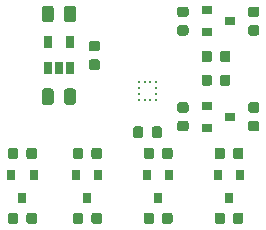
<source format=gtp>
G04 #@! TF.GenerationSoftware,KiCad,Pcbnew,(5.1.2)-1*
G04 #@! TF.CreationDate,2025-02-08T22:23:42+09:00*
G04 #@! TF.ProjectId,ss,73732e6b-6963-4616-945f-706362585858,rev?*
G04 #@! TF.SameCoordinates,Original*
G04 #@! TF.FileFunction,Paste,Top*
G04 #@! TF.FilePolarity,Positive*
%FSLAX46Y46*%
G04 Gerber Fmt 4.6, Leading zero omitted, Abs format (unit mm)*
G04 Created by KiCad (PCBNEW (5.1.2)-1) date 2025-02-08 22:23:42*
%MOMM*%
%LPD*%
G04 APERTURE LIST*
%ADD10R,0.250000X0.275000*%
%ADD11R,0.275000X0.250000*%
%ADD12R,0.650000X1.060000*%
%ADD13C,0.100000*%
%ADD14C,0.875000*%
%ADD15R,0.800000X0.900000*%
%ADD16R,0.900000X0.800000*%
%ADD17C,0.975000*%
G04 APERTURE END LIST*
D10*
X118750000Y-86750000D03*
X119250000Y-86750000D03*
D11*
X119750000Y-86750000D03*
X119750000Y-87250000D03*
X119750000Y-87750000D03*
X119750000Y-88250000D03*
D10*
X119250000Y-88250000D03*
X118750000Y-88250000D03*
D11*
X118250000Y-88250000D03*
X118250000Y-87750000D03*
X118250000Y-87250000D03*
X118250000Y-86750000D03*
D12*
X110550000Y-83400000D03*
X112450000Y-83400000D03*
X112450000Y-85600000D03*
X111500000Y-85600000D03*
X110550000Y-85600000D03*
D13*
G36*
X119352691Y-92326053D02*
G01*
X119373926Y-92329203D01*
X119394750Y-92334419D01*
X119414962Y-92341651D01*
X119434368Y-92350830D01*
X119452781Y-92361866D01*
X119470024Y-92374654D01*
X119485930Y-92389070D01*
X119500346Y-92404976D01*
X119513134Y-92422219D01*
X119524170Y-92440632D01*
X119533349Y-92460038D01*
X119540581Y-92480250D01*
X119545797Y-92501074D01*
X119548947Y-92522309D01*
X119550000Y-92543750D01*
X119550000Y-93056250D01*
X119548947Y-93077691D01*
X119545797Y-93098926D01*
X119540581Y-93119750D01*
X119533349Y-93139962D01*
X119524170Y-93159368D01*
X119513134Y-93177781D01*
X119500346Y-93195024D01*
X119485930Y-93210930D01*
X119470024Y-93225346D01*
X119452781Y-93238134D01*
X119434368Y-93249170D01*
X119414962Y-93258349D01*
X119394750Y-93265581D01*
X119373926Y-93270797D01*
X119352691Y-93273947D01*
X119331250Y-93275000D01*
X118893750Y-93275000D01*
X118872309Y-93273947D01*
X118851074Y-93270797D01*
X118830250Y-93265581D01*
X118810038Y-93258349D01*
X118790632Y-93249170D01*
X118772219Y-93238134D01*
X118754976Y-93225346D01*
X118739070Y-93210930D01*
X118724654Y-93195024D01*
X118711866Y-93177781D01*
X118700830Y-93159368D01*
X118691651Y-93139962D01*
X118684419Y-93119750D01*
X118679203Y-93098926D01*
X118676053Y-93077691D01*
X118675000Y-93056250D01*
X118675000Y-92543750D01*
X118676053Y-92522309D01*
X118679203Y-92501074D01*
X118684419Y-92480250D01*
X118691651Y-92460038D01*
X118700830Y-92440632D01*
X118711866Y-92422219D01*
X118724654Y-92404976D01*
X118739070Y-92389070D01*
X118754976Y-92374654D01*
X118772219Y-92361866D01*
X118790632Y-92350830D01*
X118810038Y-92341651D01*
X118830250Y-92334419D01*
X118851074Y-92329203D01*
X118872309Y-92326053D01*
X118893750Y-92325000D01*
X119331250Y-92325000D01*
X119352691Y-92326053D01*
X119352691Y-92326053D01*
G37*
D14*
X119112500Y-92800000D03*
D13*
G36*
X120927691Y-92326053D02*
G01*
X120948926Y-92329203D01*
X120969750Y-92334419D01*
X120989962Y-92341651D01*
X121009368Y-92350830D01*
X121027781Y-92361866D01*
X121045024Y-92374654D01*
X121060930Y-92389070D01*
X121075346Y-92404976D01*
X121088134Y-92422219D01*
X121099170Y-92440632D01*
X121108349Y-92460038D01*
X121115581Y-92480250D01*
X121120797Y-92501074D01*
X121123947Y-92522309D01*
X121125000Y-92543750D01*
X121125000Y-93056250D01*
X121123947Y-93077691D01*
X121120797Y-93098926D01*
X121115581Y-93119750D01*
X121108349Y-93139962D01*
X121099170Y-93159368D01*
X121088134Y-93177781D01*
X121075346Y-93195024D01*
X121060930Y-93210930D01*
X121045024Y-93225346D01*
X121027781Y-93238134D01*
X121009368Y-93249170D01*
X120989962Y-93258349D01*
X120969750Y-93265581D01*
X120948926Y-93270797D01*
X120927691Y-93273947D01*
X120906250Y-93275000D01*
X120468750Y-93275000D01*
X120447309Y-93273947D01*
X120426074Y-93270797D01*
X120405250Y-93265581D01*
X120385038Y-93258349D01*
X120365632Y-93249170D01*
X120347219Y-93238134D01*
X120329976Y-93225346D01*
X120314070Y-93210930D01*
X120299654Y-93195024D01*
X120286866Y-93177781D01*
X120275830Y-93159368D01*
X120266651Y-93139962D01*
X120259419Y-93119750D01*
X120254203Y-93098926D01*
X120251053Y-93077691D01*
X120250000Y-93056250D01*
X120250000Y-92543750D01*
X120251053Y-92522309D01*
X120254203Y-92501074D01*
X120259419Y-92480250D01*
X120266651Y-92460038D01*
X120275830Y-92440632D01*
X120286866Y-92422219D01*
X120299654Y-92404976D01*
X120314070Y-92389070D01*
X120329976Y-92374654D01*
X120347219Y-92361866D01*
X120365632Y-92350830D01*
X120385038Y-92341651D01*
X120405250Y-92334419D01*
X120426074Y-92329203D01*
X120447309Y-92326053D01*
X120468750Y-92325000D01*
X120906250Y-92325000D01*
X120927691Y-92326053D01*
X120927691Y-92326053D01*
G37*
D14*
X120687500Y-92800000D03*
D13*
G36*
X113352691Y-92326053D02*
G01*
X113373926Y-92329203D01*
X113394750Y-92334419D01*
X113414962Y-92341651D01*
X113434368Y-92350830D01*
X113452781Y-92361866D01*
X113470024Y-92374654D01*
X113485930Y-92389070D01*
X113500346Y-92404976D01*
X113513134Y-92422219D01*
X113524170Y-92440632D01*
X113533349Y-92460038D01*
X113540581Y-92480250D01*
X113545797Y-92501074D01*
X113548947Y-92522309D01*
X113550000Y-92543750D01*
X113550000Y-93056250D01*
X113548947Y-93077691D01*
X113545797Y-93098926D01*
X113540581Y-93119750D01*
X113533349Y-93139962D01*
X113524170Y-93159368D01*
X113513134Y-93177781D01*
X113500346Y-93195024D01*
X113485930Y-93210930D01*
X113470024Y-93225346D01*
X113452781Y-93238134D01*
X113434368Y-93249170D01*
X113414962Y-93258349D01*
X113394750Y-93265581D01*
X113373926Y-93270797D01*
X113352691Y-93273947D01*
X113331250Y-93275000D01*
X112893750Y-93275000D01*
X112872309Y-93273947D01*
X112851074Y-93270797D01*
X112830250Y-93265581D01*
X112810038Y-93258349D01*
X112790632Y-93249170D01*
X112772219Y-93238134D01*
X112754976Y-93225346D01*
X112739070Y-93210930D01*
X112724654Y-93195024D01*
X112711866Y-93177781D01*
X112700830Y-93159368D01*
X112691651Y-93139962D01*
X112684419Y-93119750D01*
X112679203Y-93098926D01*
X112676053Y-93077691D01*
X112675000Y-93056250D01*
X112675000Y-92543750D01*
X112676053Y-92522309D01*
X112679203Y-92501074D01*
X112684419Y-92480250D01*
X112691651Y-92460038D01*
X112700830Y-92440632D01*
X112711866Y-92422219D01*
X112724654Y-92404976D01*
X112739070Y-92389070D01*
X112754976Y-92374654D01*
X112772219Y-92361866D01*
X112790632Y-92350830D01*
X112810038Y-92341651D01*
X112830250Y-92334419D01*
X112851074Y-92329203D01*
X112872309Y-92326053D01*
X112893750Y-92325000D01*
X113331250Y-92325000D01*
X113352691Y-92326053D01*
X113352691Y-92326053D01*
G37*
D14*
X113112500Y-92800000D03*
D13*
G36*
X114927691Y-92326053D02*
G01*
X114948926Y-92329203D01*
X114969750Y-92334419D01*
X114989962Y-92341651D01*
X115009368Y-92350830D01*
X115027781Y-92361866D01*
X115045024Y-92374654D01*
X115060930Y-92389070D01*
X115075346Y-92404976D01*
X115088134Y-92422219D01*
X115099170Y-92440632D01*
X115108349Y-92460038D01*
X115115581Y-92480250D01*
X115120797Y-92501074D01*
X115123947Y-92522309D01*
X115125000Y-92543750D01*
X115125000Y-93056250D01*
X115123947Y-93077691D01*
X115120797Y-93098926D01*
X115115581Y-93119750D01*
X115108349Y-93139962D01*
X115099170Y-93159368D01*
X115088134Y-93177781D01*
X115075346Y-93195024D01*
X115060930Y-93210930D01*
X115045024Y-93225346D01*
X115027781Y-93238134D01*
X115009368Y-93249170D01*
X114989962Y-93258349D01*
X114969750Y-93265581D01*
X114948926Y-93270797D01*
X114927691Y-93273947D01*
X114906250Y-93275000D01*
X114468750Y-93275000D01*
X114447309Y-93273947D01*
X114426074Y-93270797D01*
X114405250Y-93265581D01*
X114385038Y-93258349D01*
X114365632Y-93249170D01*
X114347219Y-93238134D01*
X114329976Y-93225346D01*
X114314070Y-93210930D01*
X114299654Y-93195024D01*
X114286866Y-93177781D01*
X114275830Y-93159368D01*
X114266651Y-93139962D01*
X114259419Y-93119750D01*
X114254203Y-93098926D01*
X114251053Y-93077691D01*
X114250000Y-93056250D01*
X114250000Y-92543750D01*
X114251053Y-92522309D01*
X114254203Y-92501074D01*
X114259419Y-92480250D01*
X114266651Y-92460038D01*
X114275830Y-92440632D01*
X114286866Y-92422219D01*
X114299654Y-92404976D01*
X114314070Y-92389070D01*
X114329976Y-92374654D01*
X114347219Y-92361866D01*
X114365632Y-92350830D01*
X114385038Y-92341651D01*
X114405250Y-92334419D01*
X114426074Y-92329203D01*
X114447309Y-92326053D01*
X114468750Y-92325000D01*
X114906250Y-92325000D01*
X114927691Y-92326053D01*
X114927691Y-92326053D01*
G37*
D14*
X114687500Y-92800000D03*
D13*
G36*
X125352691Y-92326053D02*
G01*
X125373926Y-92329203D01*
X125394750Y-92334419D01*
X125414962Y-92341651D01*
X125434368Y-92350830D01*
X125452781Y-92361866D01*
X125470024Y-92374654D01*
X125485930Y-92389070D01*
X125500346Y-92404976D01*
X125513134Y-92422219D01*
X125524170Y-92440632D01*
X125533349Y-92460038D01*
X125540581Y-92480250D01*
X125545797Y-92501074D01*
X125548947Y-92522309D01*
X125550000Y-92543750D01*
X125550000Y-93056250D01*
X125548947Y-93077691D01*
X125545797Y-93098926D01*
X125540581Y-93119750D01*
X125533349Y-93139962D01*
X125524170Y-93159368D01*
X125513134Y-93177781D01*
X125500346Y-93195024D01*
X125485930Y-93210930D01*
X125470024Y-93225346D01*
X125452781Y-93238134D01*
X125434368Y-93249170D01*
X125414962Y-93258349D01*
X125394750Y-93265581D01*
X125373926Y-93270797D01*
X125352691Y-93273947D01*
X125331250Y-93275000D01*
X124893750Y-93275000D01*
X124872309Y-93273947D01*
X124851074Y-93270797D01*
X124830250Y-93265581D01*
X124810038Y-93258349D01*
X124790632Y-93249170D01*
X124772219Y-93238134D01*
X124754976Y-93225346D01*
X124739070Y-93210930D01*
X124724654Y-93195024D01*
X124711866Y-93177781D01*
X124700830Y-93159368D01*
X124691651Y-93139962D01*
X124684419Y-93119750D01*
X124679203Y-93098926D01*
X124676053Y-93077691D01*
X124675000Y-93056250D01*
X124675000Y-92543750D01*
X124676053Y-92522309D01*
X124679203Y-92501074D01*
X124684419Y-92480250D01*
X124691651Y-92460038D01*
X124700830Y-92440632D01*
X124711866Y-92422219D01*
X124724654Y-92404976D01*
X124739070Y-92389070D01*
X124754976Y-92374654D01*
X124772219Y-92361866D01*
X124790632Y-92350830D01*
X124810038Y-92341651D01*
X124830250Y-92334419D01*
X124851074Y-92329203D01*
X124872309Y-92326053D01*
X124893750Y-92325000D01*
X125331250Y-92325000D01*
X125352691Y-92326053D01*
X125352691Y-92326053D01*
G37*
D14*
X125112500Y-92800000D03*
D13*
G36*
X126927691Y-92326053D02*
G01*
X126948926Y-92329203D01*
X126969750Y-92334419D01*
X126989962Y-92341651D01*
X127009368Y-92350830D01*
X127027781Y-92361866D01*
X127045024Y-92374654D01*
X127060930Y-92389070D01*
X127075346Y-92404976D01*
X127088134Y-92422219D01*
X127099170Y-92440632D01*
X127108349Y-92460038D01*
X127115581Y-92480250D01*
X127120797Y-92501074D01*
X127123947Y-92522309D01*
X127125000Y-92543750D01*
X127125000Y-93056250D01*
X127123947Y-93077691D01*
X127120797Y-93098926D01*
X127115581Y-93119750D01*
X127108349Y-93139962D01*
X127099170Y-93159368D01*
X127088134Y-93177781D01*
X127075346Y-93195024D01*
X127060930Y-93210930D01*
X127045024Y-93225346D01*
X127027781Y-93238134D01*
X127009368Y-93249170D01*
X126989962Y-93258349D01*
X126969750Y-93265581D01*
X126948926Y-93270797D01*
X126927691Y-93273947D01*
X126906250Y-93275000D01*
X126468750Y-93275000D01*
X126447309Y-93273947D01*
X126426074Y-93270797D01*
X126405250Y-93265581D01*
X126385038Y-93258349D01*
X126365632Y-93249170D01*
X126347219Y-93238134D01*
X126329976Y-93225346D01*
X126314070Y-93210930D01*
X126299654Y-93195024D01*
X126286866Y-93177781D01*
X126275830Y-93159368D01*
X126266651Y-93139962D01*
X126259419Y-93119750D01*
X126254203Y-93098926D01*
X126251053Y-93077691D01*
X126250000Y-93056250D01*
X126250000Y-92543750D01*
X126251053Y-92522309D01*
X126254203Y-92501074D01*
X126259419Y-92480250D01*
X126266651Y-92460038D01*
X126275830Y-92440632D01*
X126286866Y-92422219D01*
X126299654Y-92404976D01*
X126314070Y-92389070D01*
X126329976Y-92374654D01*
X126347219Y-92361866D01*
X126365632Y-92350830D01*
X126385038Y-92341651D01*
X126405250Y-92334419D01*
X126426074Y-92329203D01*
X126447309Y-92326053D01*
X126468750Y-92325000D01*
X126906250Y-92325000D01*
X126927691Y-92326053D01*
X126927691Y-92326053D01*
G37*
D14*
X126687500Y-92800000D03*
D13*
G36*
X107852691Y-92326053D02*
G01*
X107873926Y-92329203D01*
X107894750Y-92334419D01*
X107914962Y-92341651D01*
X107934368Y-92350830D01*
X107952781Y-92361866D01*
X107970024Y-92374654D01*
X107985930Y-92389070D01*
X108000346Y-92404976D01*
X108013134Y-92422219D01*
X108024170Y-92440632D01*
X108033349Y-92460038D01*
X108040581Y-92480250D01*
X108045797Y-92501074D01*
X108048947Y-92522309D01*
X108050000Y-92543750D01*
X108050000Y-93056250D01*
X108048947Y-93077691D01*
X108045797Y-93098926D01*
X108040581Y-93119750D01*
X108033349Y-93139962D01*
X108024170Y-93159368D01*
X108013134Y-93177781D01*
X108000346Y-93195024D01*
X107985930Y-93210930D01*
X107970024Y-93225346D01*
X107952781Y-93238134D01*
X107934368Y-93249170D01*
X107914962Y-93258349D01*
X107894750Y-93265581D01*
X107873926Y-93270797D01*
X107852691Y-93273947D01*
X107831250Y-93275000D01*
X107393750Y-93275000D01*
X107372309Y-93273947D01*
X107351074Y-93270797D01*
X107330250Y-93265581D01*
X107310038Y-93258349D01*
X107290632Y-93249170D01*
X107272219Y-93238134D01*
X107254976Y-93225346D01*
X107239070Y-93210930D01*
X107224654Y-93195024D01*
X107211866Y-93177781D01*
X107200830Y-93159368D01*
X107191651Y-93139962D01*
X107184419Y-93119750D01*
X107179203Y-93098926D01*
X107176053Y-93077691D01*
X107175000Y-93056250D01*
X107175000Y-92543750D01*
X107176053Y-92522309D01*
X107179203Y-92501074D01*
X107184419Y-92480250D01*
X107191651Y-92460038D01*
X107200830Y-92440632D01*
X107211866Y-92422219D01*
X107224654Y-92404976D01*
X107239070Y-92389070D01*
X107254976Y-92374654D01*
X107272219Y-92361866D01*
X107290632Y-92350830D01*
X107310038Y-92341651D01*
X107330250Y-92334419D01*
X107351074Y-92329203D01*
X107372309Y-92326053D01*
X107393750Y-92325000D01*
X107831250Y-92325000D01*
X107852691Y-92326053D01*
X107852691Y-92326053D01*
G37*
D14*
X107612500Y-92800000D03*
D13*
G36*
X109427691Y-92326053D02*
G01*
X109448926Y-92329203D01*
X109469750Y-92334419D01*
X109489962Y-92341651D01*
X109509368Y-92350830D01*
X109527781Y-92361866D01*
X109545024Y-92374654D01*
X109560930Y-92389070D01*
X109575346Y-92404976D01*
X109588134Y-92422219D01*
X109599170Y-92440632D01*
X109608349Y-92460038D01*
X109615581Y-92480250D01*
X109620797Y-92501074D01*
X109623947Y-92522309D01*
X109625000Y-92543750D01*
X109625000Y-93056250D01*
X109623947Y-93077691D01*
X109620797Y-93098926D01*
X109615581Y-93119750D01*
X109608349Y-93139962D01*
X109599170Y-93159368D01*
X109588134Y-93177781D01*
X109575346Y-93195024D01*
X109560930Y-93210930D01*
X109545024Y-93225346D01*
X109527781Y-93238134D01*
X109509368Y-93249170D01*
X109489962Y-93258349D01*
X109469750Y-93265581D01*
X109448926Y-93270797D01*
X109427691Y-93273947D01*
X109406250Y-93275000D01*
X108968750Y-93275000D01*
X108947309Y-93273947D01*
X108926074Y-93270797D01*
X108905250Y-93265581D01*
X108885038Y-93258349D01*
X108865632Y-93249170D01*
X108847219Y-93238134D01*
X108829976Y-93225346D01*
X108814070Y-93210930D01*
X108799654Y-93195024D01*
X108786866Y-93177781D01*
X108775830Y-93159368D01*
X108766651Y-93139962D01*
X108759419Y-93119750D01*
X108754203Y-93098926D01*
X108751053Y-93077691D01*
X108750000Y-93056250D01*
X108750000Y-92543750D01*
X108751053Y-92522309D01*
X108754203Y-92501074D01*
X108759419Y-92480250D01*
X108766651Y-92460038D01*
X108775830Y-92440632D01*
X108786866Y-92422219D01*
X108799654Y-92404976D01*
X108814070Y-92389070D01*
X108829976Y-92374654D01*
X108847219Y-92361866D01*
X108865632Y-92350830D01*
X108885038Y-92341651D01*
X108905250Y-92334419D01*
X108926074Y-92329203D01*
X108947309Y-92326053D01*
X108968750Y-92325000D01*
X109406250Y-92325000D01*
X109427691Y-92326053D01*
X109427691Y-92326053D01*
G37*
D14*
X109187500Y-92800000D03*
D13*
G36*
X122277691Y-90051053D02*
G01*
X122298926Y-90054203D01*
X122319750Y-90059419D01*
X122339962Y-90066651D01*
X122359368Y-90075830D01*
X122377781Y-90086866D01*
X122395024Y-90099654D01*
X122410930Y-90114070D01*
X122425346Y-90129976D01*
X122438134Y-90147219D01*
X122449170Y-90165632D01*
X122458349Y-90185038D01*
X122465581Y-90205250D01*
X122470797Y-90226074D01*
X122473947Y-90247309D01*
X122475000Y-90268750D01*
X122475000Y-90706250D01*
X122473947Y-90727691D01*
X122470797Y-90748926D01*
X122465581Y-90769750D01*
X122458349Y-90789962D01*
X122449170Y-90809368D01*
X122438134Y-90827781D01*
X122425346Y-90845024D01*
X122410930Y-90860930D01*
X122395024Y-90875346D01*
X122377781Y-90888134D01*
X122359368Y-90899170D01*
X122339962Y-90908349D01*
X122319750Y-90915581D01*
X122298926Y-90920797D01*
X122277691Y-90923947D01*
X122256250Y-90925000D01*
X121743750Y-90925000D01*
X121722309Y-90923947D01*
X121701074Y-90920797D01*
X121680250Y-90915581D01*
X121660038Y-90908349D01*
X121640632Y-90899170D01*
X121622219Y-90888134D01*
X121604976Y-90875346D01*
X121589070Y-90860930D01*
X121574654Y-90845024D01*
X121561866Y-90827781D01*
X121550830Y-90809368D01*
X121541651Y-90789962D01*
X121534419Y-90769750D01*
X121529203Y-90748926D01*
X121526053Y-90727691D01*
X121525000Y-90706250D01*
X121525000Y-90268750D01*
X121526053Y-90247309D01*
X121529203Y-90226074D01*
X121534419Y-90205250D01*
X121541651Y-90185038D01*
X121550830Y-90165632D01*
X121561866Y-90147219D01*
X121574654Y-90129976D01*
X121589070Y-90114070D01*
X121604976Y-90099654D01*
X121622219Y-90086866D01*
X121640632Y-90075830D01*
X121660038Y-90066651D01*
X121680250Y-90059419D01*
X121701074Y-90054203D01*
X121722309Y-90051053D01*
X121743750Y-90050000D01*
X122256250Y-90050000D01*
X122277691Y-90051053D01*
X122277691Y-90051053D01*
G37*
D14*
X122000000Y-90487500D03*
D13*
G36*
X122277691Y-88476053D02*
G01*
X122298926Y-88479203D01*
X122319750Y-88484419D01*
X122339962Y-88491651D01*
X122359368Y-88500830D01*
X122377781Y-88511866D01*
X122395024Y-88524654D01*
X122410930Y-88539070D01*
X122425346Y-88554976D01*
X122438134Y-88572219D01*
X122449170Y-88590632D01*
X122458349Y-88610038D01*
X122465581Y-88630250D01*
X122470797Y-88651074D01*
X122473947Y-88672309D01*
X122475000Y-88693750D01*
X122475000Y-89131250D01*
X122473947Y-89152691D01*
X122470797Y-89173926D01*
X122465581Y-89194750D01*
X122458349Y-89214962D01*
X122449170Y-89234368D01*
X122438134Y-89252781D01*
X122425346Y-89270024D01*
X122410930Y-89285930D01*
X122395024Y-89300346D01*
X122377781Y-89313134D01*
X122359368Y-89324170D01*
X122339962Y-89333349D01*
X122319750Y-89340581D01*
X122298926Y-89345797D01*
X122277691Y-89348947D01*
X122256250Y-89350000D01*
X121743750Y-89350000D01*
X121722309Y-89348947D01*
X121701074Y-89345797D01*
X121680250Y-89340581D01*
X121660038Y-89333349D01*
X121640632Y-89324170D01*
X121622219Y-89313134D01*
X121604976Y-89300346D01*
X121589070Y-89285930D01*
X121574654Y-89270024D01*
X121561866Y-89252781D01*
X121550830Y-89234368D01*
X121541651Y-89214962D01*
X121534419Y-89194750D01*
X121529203Y-89173926D01*
X121526053Y-89152691D01*
X121525000Y-89131250D01*
X121525000Y-88693750D01*
X121526053Y-88672309D01*
X121529203Y-88651074D01*
X121534419Y-88630250D01*
X121541651Y-88610038D01*
X121550830Y-88590632D01*
X121561866Y-88572219D01*
X121574654Y-88554976D01*
X121589070Y-88539070D01*
X121604976Y-88524654D01*
X121622219Y-88511866D01*
X121640632Y-88500830D01*
X121660038Y-88491651D01*
X121680250Y-88484419D01*
X121701074Y-88479203D01*
X121722309Y-88476053D01*
X121743750Y-88475000D01*
X122256250Y-88475000D01*
X122277691Y-88476053D01*
X122277691Y-88476053D01*
G37*
D14*
X122000000Y-88912500D03*
D13*
G36*
X122277691Y-81951053D02*
G01*
X122298926Y-81954203D01*
X122319750Y-81959419D01*
X122339962Y-81966651D01*
X122359368Y-81975830D01*
X122377781Y-81986866D01*
X122395024Y-81999654D01*
X122410930Y-82014070D01*
X122425346Y-82029976D01*
X122438134Y-82047219D01*
X122449170Y-82065632D01*
X122458349Y-82085038D01*
X122465581Y-82105250D01*
X122470797Y-82126074D01*
X122473947Y-82147309D01*
X122475000Y-82168750D01*
X122475000Y-82606250D01*
X122473947Y-82627691D01*
X122470797Y-82648926D01*
X122465581Y-82669750D01*
X122458349Y-82689962D01*
X122449170Y-82709368D01*
X122438134Y-82727781D01*
X122425346Y-82745024D01*
X122410930Y-82760930D01*
X122395024Y-82775346D01*
X122377781Y-82788134D01*
X122359368Y-82799170D01*
X122339962Y-82808349D01*
X122319750Y-82815581D01*
X122298926Y-82820797D01*
X122277691Y-82823947D01*
X122256250Y-82825000D01*
X121743750Y-82825000D01*
X121722309Y-82823947D01*
X121701074Y-82820797D01*
X121680250Y-82815581D01*
X121660038Y-82808349D01*
X121640632Y-82799170D01*
X121622219Y-82788134D01*
X121604976Y-82775346D01*
X121589070Y-82760930D01*
X121574654Y-82745024D01*
X121561866Y-82727781D01*
X121550830Y-82709368D01*
X121541651Y-82689962D01*
X121534419Y-82669750D01*
X121529203Y-82648926D01*
X121526053Y-82627691D01*
X121525000Y-82606250D01*
X121525000Y-82168750D01*
X121526053Y-82147309D01*
X121529203Y-82126074D01*
X121534419Y-82105250D01*
X121541651Y-82085038D01*
X121550830Y-82065632D01*
X121561866Y-82047219D01*
X121574654Y-82029976D01*
X121589070Y-82014070D01*
X121604976Y-81999654D01*
X121622219Y-81986866D01*
X121640632Y-81975830D01*
X121660038Y-81966651D01*
X121680250Y-81959419D01*
X121701074Y-81954203D01*
X121722309Y-81951053D01*
X121743750Y-81950000D01*
X122256250Y-81950000D01*
X122277691Y-81951053D01*
X122277691Y-81951053D01*
G37*
D14*
X122000000Y-82387500D03*
D13*
G36*
X122277691Y-80376053D02*
G01*
X122298926Y-80379203D01*
X122319750Y-80384419D01*
X122339962Y-80391651D01*
X122359368Y-80400830D01*
X122377781Y-80411866D01*
X122395024Y-80424654D01*
X122410930Y-80439070D01*
X122425346Y-80454976D01*
X122438134Y-80472219D01*
X122449170Y-80490632D01*
X122458349Y-80510038D01*
X122465581Y-80530250D01*
X122470797Y-80551074D01*
X122473947Y-80572309D01*
X122475000Y-80593750D01*
X122475000Y-81031250D01*
X122473947Y-81052691D01*
X122470797Y-81073926D01*
X122465581Y-81094750D01*
X122458349Y-81114962D01*
X122449170Y-81134368D01*
X122438134Y-81152781D01*
X122425346Y-81170024D01*
X122410930Y-81185930D01*
X122395024Y-81200346D01*
X122377781Y-81213134D01*
X122359368Y-81224170D01*
X122339962Y-81233349D01*
X122319750Y-81240581D01*
X122298926Y-81245797D01*
X122277691Y-81248947D01*
X122256250Y-81250000D01*
X121743750Y-81250000D01*
X121722309Y-81248947D01*
X121701074Y-81245797D01*
X121680250Y-81240581D01*
X121660038Y-81233349D01*
X121640632Y-81224170D01*
X121622219Y-81213134D01*
X121604976Y-81200346D01*
X121589070Y-81185930D01*
X121574654Y-81170024D01*
X121561866Y-81152781D01*
X121550830Y-81134368D01*
X121541651Y-81114962D01*
X121534419Y-81094750D01*
X121529203Y-81073926D01*
X121526053Y-81052691D01*
X121525000Y-81031250D01*
X121525000Y-80593750D01*
X121526053Y-80572309D01*
X121529203Y-80551074D01*
X121534419Y-80530250D01*
X121541651Y-80510038D01*
X121550830Y-80490632D01*
X121561866Y-80472219D01*
X121574654Y-80454976D01*
X121589070Y-80439070D01*
X121604976Y-80424654D01*
X121622219Y-80411866D01*
X121640632Y-80400830D01*
X121660038Y-80391651D01*
X121680250Y-80384419D01*
X121701074Y-80379203D01*
X121722309Y-80376053D01*
X121743750Y-80375000D01*
X122256250Y-80375000D01*
X122277691Y-80376053D01*
X122277691Y-80376053D01*
G37*
D14*
X122000000Y-80812500D03*
D13*
G36*
X119352691Y-97826053D02*
G01*
X119373926Y-97829203D01*
X119394750Y-97834419D01*
X119414962Y-97841651D01*
X119434368Y-97850830D01*
X119452781Y-97861866D01*
X119470024Y-97874654D01*
X119485930Y-97889070D01*
X119500346Y-97904976D01*
X119513134Y-97922219D01*
X119524170Y-97940632D01*
X119533349Y-97960038D01*
X119540581Y-97980250D01*
X119545797Y-98001074D01*
X119548947Y-98022309D01*
X119550000Y-98043750D01*
X119550000Y-98556250D01*
X119548947Y-98577691D01*
X119545797Y-98598926D01*
X119540581Y-98619750D01*
X119533349Y-98639962D01*
X119524170Y-98659368D01*
X119513134Y-98677781D01*
X119500346Y-98695024D01*
X119485930Y-98710930D01*
X119470024Y-98725346D01*
X119452781Y-98738134D01*
X119434368Y-98749170D01*
X119414962Y-98758349D01*
X119394750Y-98765581D01*
X119373926Y-98770797D01*
X119352691Y-98773947D01*
X119331250Y-98775000D01*
X118893750Y-98775000D01*
X118872309Y-98773947D01*
X118851074Y-98770797D01*
X118830250Y-98765581D01*
X118810038Y-98758349D01*
X118790632Y-98749170D01*
X118772219Y-98738134D01*
X118754976Y-98725346D01*
X118739070Y-98710930D01*
X118724654Y-98695024D01*
X118711866Y-98677781D01*
X118700830Y-98659368D01*
X118691651Y-98639962D01*
X118684419Y-98619750D01*
X118679203Y-98598926D01*
X118676053Y-98577691D01*
X118675000Y-98556250D01*
X118675000Y-98043750D01*
X118676053Y-98022309D01*
X118679203Y-98001074D01*
X118684419Y-97980250D01*
X118691651Y-97960038D01*
X118700830Y-97940632D01*
X118711866Y-97922219D01*
X118724654Y-97904976D01*
X118739070Y-97889070D01*
X118754976Y-97874654D01*
X118772219Y-97861866D01*
X118790632Y-97850830D01*
X118810038Y-97841651D01*
X118830250Y-97834419D01*
X118851074Y-97829203D01*
X118872309Y-97826053D01*
X118893750Y-97825000D01*
X119331250Y-97825000D01*
X119352691Y-97826053D01*
X119352691Y-97826053D01*
G37*
D14*
X119112500Y-98300000D03*
D13*
G36*
X120927691Y-97826053D02*
G01*
X120948926Y-97829203D01*
X120969750Y-97834419D01*
X120989962Y-97841651D01*
X121009368Y-97850830D01*
X121027781Y-97861866D01*
X121045024Y-97874654D01*
X121060930Y-97889070D01*
X121075346Y-97904976D01*
X121088134Y-97922219D01*
X121099170Y-97940632D01*
X121108349Y-97960038D01*
X121115581Y-97980250D01*
X121120797Y-98001074D01*
X121123947Y-98022309D01*
X121125000Y-98043750D01*
X121125000Y-98556250D01*
X121123947Y-98577691D01*
X121120797Y-98598926D01*
X121115581Y-98619750D01*
X121108349Y-98639962D01*
X121099170Y-98659368D01*
X121088134Y-98677781D01*
X121075346Y-98695024D01*
X121060930Y-98710930D01*
X121045024Y-98725346D01*
X121027781Y-98738134D01*
X121009368Y-98749170D01*
X120989962Y-98758349D01*
X120969750Y-98765581D01*
X120948926Y-98770797D01*
X120927691Y-98773947D01*
X120906250Y-98775000D01*
X120468750Y-98775000D01*
X120447309Y-98773947D01*
X120426074Y-98770797D01*
X120405250Y-98765581D01*
X120385038Y-98758349D01*
X120365632Y-98749170D01*
X120347219Y-98738134D01*
X120329976Y-98725346D01*
X120314070Y-98710930D01*
X120299654Y-98695024D01*
X120286866Y-98677781D01*
X120275830Y-98659368D01*
X120266651Y-98639962D01*
X120259419Y-98619750D01*
X120254203Y-98598926D01*
X120251053Y-98577691D01*
X120250000Y-98556250D01*
X120250000Y-98043750D01*
X120251053Y-98022309D01*
X120254203Y-98001074D01*
X120259419Y-97980250D01*
X120266651Y-97960038D01*
X120275830Y-97940632D01*
X120286866Y-97922219D01*
X120299654Y-97904976D01*
X120314070Y-97889070D01*
X120329976Y-97874654D01*
X120347219Y-97861866D01*
X120365632Y-97850830D01*
X120385038Y-97841651D01*
X120405250Y-97834419D01*
X120426074Y-97829203D01*
X120447309Y-97826053D01*
X120468750Y-97825000D01*
X120906250Y-97825000D01*
X120927691Y-97826053D01*
X120927691Y-97826053D01*
G37*
D14*
X120687500Y-98300000D03*
D13*
G36*
X113352691Y-97826053D02*
G01*
X113373926Y-97829203D01*
X113394750Y-97834419D01*
X113414962Y-97841651D01*
X113434368Y-97850830D01*
X113452781Y-97861866D01*
X113470024Y-97874654D01*
X113485930Y-97889070D01*
X113500346Y-97904976D01*
X113513134Y-97922219D01*
X113524170Y-97940632D01*
X113533349Y-97960038D01*
X113540581Y-97980250D01*
X113545797Y-98001074D01*
X113548947Y-98022309D01*
X113550000Y-98043750D01*
X113550000Y-98556250D01*
X113548947Y-98577691D01*
X113545797Y-98598926D01*
X113540581Y-98619750D01*
X113533349Y-98639962D01*
X113524170Y-98659368D01*
X113513134Y-98677781D01*
X113500346Y-98695024D01*
X113485930Y-98710930D01*
X113470024Y-98725346D01*
X113452781Y-98738134D01*
X113434368Y-98749170D01*
X113414962Y-98758349D01*
X113394750Y-98765581D01*
X113373926Y-98770797D01*
X113352691Y-98773947D01*
X113331250Y-98775000D01*
X112893750Y-98775000D01*
X112872309Y-98773947D01*
X112851074Y-98770797D01*
X112830250Y-98765581D01*
X112810038Y-98758349D01*
X112790632Y-98749170D01*
X112772219Y-98738134D01*
X112754976Y-98725346D01*
X112739070Y-98710930D01*
X112724654Y-98695024D01*
X112711866Y-98677781D01*
X112700830Y-98659368D01*
X112691651Y-98639962D01*
X112684419Y-98619750D01*
X112679203Y-98598926D01*
X112676053Y-98577691D01*
X112675000Y-98556250D01*
X112675000Y-98043750D01*
X112676053Y-98022309D01*
X112679203Y-98001074D01*
X112684419Y-97980250D01*
X112691651Y-97960038D01*
X112700830Y-97940632D01*
X112711866Y-97922219D01*
X112724654Y-97904976D01*
X112739070Y-97889070D01*
X112754976Y-97874654D01*
X112772219Y-97861866D01*
X112790632Y-97850830D01*
X112810038Y-97841651D01*
X112830250Y-97834419D01*
X112851074Y-97829203D01*
X112872309Y-97826053D01*
X112893750Y-97825000D01*
X113331250Y-97825000D01*
X113352691Y-97826053D01*
X113352691Y-97826053D01*
G37*
D14*
X113112500Y-98300000D03*
D13*
G36*
X114927691Y-97826053D02*
G01*
X114948926Y-97829203D01*
X114969750Y-97834419D01*
X114989962Y-97841651D01*
X115009368Y-97850830D01*
X115027781Y-97861866D01*
X115045024Y-97874654D01*
X115060930Y-97889070D01*
X115075346Y-97904976D01*
X115088134Y-97922219D01*
X115099170Y-97940632D01*
X115108349Y-97960038D01*
X115115581Y-97980250D01*
X115120797Y-98001074D01*
X115123947Y-98022309D01*
X115125000Y-98043750D01*
X115125000Y-98556250D01*
X115123947Y-98577691D01*
X115120797Y-98598926D01*
X115115581Y-98619750D01*
X115108349Y-98639962D01*
X115099170Y-98659368D01*
X115088134Y-98677781D01*
X115075346Y-98695024D01*
X115060930Y-98710930D01*
X115045024Y-98725346D01*
X115027781Y-98738134D01*
X115009368Y-98749170D01*
X114989962Y-98758349D01*
X114969750Y-98765581D01*
X114948926Y-98770797D01*
X114927691Y-98773947D01*
X114906250Y-98775000D01*
X114468750Y-98775000D01*
X114447309Y-98773947D01*
X114426074Y-98770797D01*
X114405250Y-98765581D01*
X114385038Y-98758349D01*
X114365632Y-98749170D01*
X114347219Y-98738134D01*
X114329976Y-98725346D01*
X114314070Y-98710930D01*
X114299654Y-98695024D01*
X114286866Y-98677781D01*
X114275830Y-98659368D01*
X114266651Y-98639962D01*
X114259419Y-98619750D01*
X114254203Y-98598926D01*
X114251053Y-98577691D01*
X114250000Y-98556250D01*
X114250000Y-98043750D01*
X114251053Y-98022309D01*
X114254203Y-98001074D01*
X114259419Y-97980250D01*
X114266651Y-97960038D01*
X114275830Y-97940632D01*
X114286866Y-97922219D01*
X114299654Y-97904976D01*
X114314070Y-97889070D01*
X114329976Y-97874654D01*
X114347219Y-97861866D01*
X114365632Y-97850830D01*
X114385038Y-97841651D01*
X114405250Y-97834419D01*
X114426074Y-97829203D01*
X114447309Y-97826053D01*
X114468750Y-97825000D01*
X114906250Y-97825000D01*
X114927691Y-97826053D01*
X114927691Y-97826053D01*
G37*
D14*
X114687500Y-98300000D03*
D13*
G36*
X125352691Y-97826053D02*
G01*
X125373926Y-97829203D01*
X125394750Y-97834419D01*
X125414962Y-97841651D01*
X125434368Y-97850830D01*
X125452781Y-97861866D01*
X125470024Y-97874654D01*
X125485930Y-97889070D01*
X125500346Y-97904976D01*
X125513134Y-97922219D01*
X125524170Y-97940632D01*
X125533349Y-97960038D01*
X125540581Y-97980250D01*
X125545797Y-98001074D01*
X125548947Y-98022309D01*
X125550000Y-98043750D01*
X125550000Y-98556250D01*
X125548947Y-98577691D01*
X125545797Y-98598926D01*
X125540581Y-98619750D01*
X125533349Y-98639962D01*
X125524170Y-98659368D01*
X125513134Y-98677781D01*
X125500346Y-98695024D01*
X125485930Y-98710930D01*
X125470024Y-98725346D01*
X125452781Y-98738134D01*
X125434368Y-98749170D01*
X125414962Y-98758349D01*
X125394750Y-98765581D01*
X125373926Y-98770797D01*
X125352691Y-98773947D01*
X125331250Y-98775000D01*
X124893750Y-98775000D01*
X124872309Y-98773947D01*
X124851074Y-98770797D01*
X124830250Y-98765581D01*
X124810038Y-98758349D01*
X124790632Y-98749170D01*
X124772219Y-98738134D01*
X124754976Y-98725346D01*
X124739070Y-98710930D01*
X124724654Y-98695024D01*
X124711866Y-98677781D01*
X124700830Y-98659368D01*
X124691651Y-98639962D01*
X124684419Y-98619750D01*
X124679203Y-98598926D01*
X124676053Y-98577691D01*
X124675000Y-98556250D01*
X124675000Y-98043750D01*
X124676053Y-98022309D01*
X124679203Y-98001074D01*
X124684419Y-97980250D01*
X124691651Y-97960038D01*
X124700830Y-97940632D01*
X124711866Y-97922219D01*
X124724654Y-97904976D01*
X124739070Y-97889070D01*
X124754976Y-97874654D01*
X124772219Y-97861866D01*
X124790632Y-97850830D01*
X124810038Y-97841651D01*
X124830250Y-97834419D01*
X124851074Y-97829203D01*
X124872309Y-97826053D01*
X124893750Y-97825000D01*
X125331250Y-97825000D01*
X125352691Y-97826053D01*
X125352691Y-97826053D01*
G37*
D14*
X125112500Y-98300000D03*
D13*
G36*
X126927691Y-97826053D02*
G01*
X126948926Y-97829203D01*
X126969750Y-97834419D01*
X126989962Y-97841651D01*
X127009368Y-97850830D01*
X127027781Y-97861866D01*
X127045024Y-97874654D01*
X127060930Y-97889070D01*
X127075346Y-97904976D01*
X127088134Y-97922219D01*
X127099170Y-97940632D01*
X127108349Y-97960038D01*
X127115581Y-97980250D01*
X127120797Y-98001074D01*
X127123947Y-98022309D01*
X127125000Y-98043750D01*
X127125000Y-98556250D01*
X127123947Y-98577691D01*
X127120797Y-98598926D01*
X127115581Y-98619750D01*
X127108349Y-98639962D01*
X127099170Y-98659368D01*
X127088134Y-98677781D01*
X127075346Y-98695024D01*
X127060930Y-98710930D01*
X127045024Y-98725346D01*
X127027781Y-98738134D01*
X127009368Y-98749170D01*
X126989962Y-98758349D01*
X126969750Y-98765581D01*
X126948926Y-98770797D01*
X126927691Y-98773947D01*
X126906250Y-98775000D01*
X126468750Y-98775000D01*
X126447309Y-98773947D01*
X126426074Y-98770797D01*
X126405250Y-98765581D01*
X126385038Y-98758349D01*
X126365632Y-98749170D01*
X126347219Y-98738134D01*
X126329976Y-98725346D01*
X126314070Y-98710930D01*
X126299654Y-98695024D01*
X126286866Y-98677781D01*
X126275830Y-98659368D01*
X126266651Y-98639962D01*
X126259419Y-98619750D01*
X126254203Y-98598926D01*
X126251053Y-98577691D01*
X126250000Y-98556250D01*
X126250000Y-98043750D01*
X126251053Y-98022309D01*
X126254203Y-98001074D01*
X126259419Y-97980250D01*
X126266651Y-97960038D01*
X126275830Y-97940632D01*
X126286866Y-97922219D01*
X126299654Y-97904976D01*
X126314070Y-97889070D01*
X126329976Y-97874654D01*
X126347219Y-97861866D01*
X126365632Y-97850830D01*
X126385038Y-97841651D01*
X126405250Y-97834419D01*
X126426074Y-97829203D01*
X126447309Y-97826053D01*
X126468750Y-97825000D01*
X126906250Y-97825000D01*
X126927691Y-97826053D01*
X126927691Y-97826053D01*
G37*
D14*
X126687500Y-98300000D03*
D13*
G36*
X107852691Y-97826053D02*
G01*
X107873926Y-97829203D01*
X107894750Y-97834419D01*
X107914962Y-97841651D01*
X107934368Y-97850830D01*
X107952781Y-97861866D01*
X107970024Y-97874654D01*
X107985930Y-97889070D01*
X108000346Y-97904976D01*
X108013134Y-97922219D01*
X108024170Y-97940632D01*
X108033349Y-97960038D01*
X108040581Y-97980250D01*
X108045797Y-98001074D01*
X108048947Y-98022309D01*
X108050000Y-98043750D01*
X108050000Y-98556250D01*
X108048947Y-98577691D01*
X108045797Y-98598926D01*
X108040581Y-98619750D01*
X108033349Y-98639962D01*
X108024170Y-98659368D01*
X108013134Y-98677781D01*
X108000346Y-98695024D01*
X107985930Y-98710930D01*
X107970024Y-98725346D01*
X107952781Y-98738134D01*
X107934368Y-98749170D01*
X107914962Y-98758349D01*
X107894750Y-98765581D01*
X107873926Y-98770797D01*
X107852691Y-98773947D01*
X107831250Y-98775000D01*
X107393750Y-98775000D01*
X107372309Y-98773947D01*
X107351074Y-98770797D01*
X107330250Y-98765581D01*
X107310038Y-98758349D01*
X107290632Y-98749170D01*
X107272219Y-98738134D01*
X107254976Y-98725346D01*
X107239070Y-98710930D01*
X107224654Y-98695024D01*
X107211866Y-98677781D01*
X107200830Y-98659368D01*
X107191651Y-98639962D01*
X107184419Y-98619750D01*
X107179203Y-98598926D01*
X107176053Y-98577691D01*
X107175000Y-98556250D01*
X107175000Y-98043750D01*
X107176053Y-98022309D01*
X107179203Y-98001074D01*
X107184419Y-97980250D01*
X107191651Y-97960038D01*
X107200830Y-97940632D01*
X107211866Y-97922219D01*
X107224654Y-97904976D01*
X107239070Y-97889070D01*
X107254976Y-97874654D01*
X107272219Y-97861866D01*
X107290632Y-97850830D01*
X107310038Y-97841651D01*
X107330250Y-97834419D01*
X107351074Y-97829203D01*
X107372309Y-97826053D01*
X107393750Y-97825000D01*
X107831250Y-97825000D01*
X107852691Y-97826053D01*
X107852691Y-97826053D01*
G37*
D14*
X107612500Y-98300000D03*
D13*
G36*
X109427691Y-97826053D02*
G01*
X109448926Y-97829203D01*
X109469750Y-97834419D01*
X109489962Y-97841651D01*
X109509368Y-97850830D01*
X109527781Y-97861866D01*
X109545024Y-97874654D01*
X109560930Y-97889070D01*
X109575346Y-97904976D01*
X109588134Y-97922219D01*
X109599170Y-97940632D01*
X109608349Y-97960038D01*
X109615581Y-97980250D01*
X109620797Y-98001074D01*
X109623947Y-98022309D01*
X109625000Y-98043750D01*
X109625000Y-98556250D01*
X109623947Y-98577691D01*
X109620797Y-98598926D01*
X109615581Y-98619750D01*
X109608349Y-98639962D01*
X109599170Y-98659368D01*
X109588134Y-98677781D01*
X109575346Y-98695024D01*
X109560930Y-98710930D01*
X109545024Y-98725346D01*
X109527781Y-98738134D01*
X109509368Y-98749170D01*
X109489962Y-98758349D01*
X109469750Y-98765581D01*
X109448926Y-98770797D01*
X109427691Y-98773947D01*
X109406250Y-98775000D01*
X108968750Y-98775000D01*
X108947309Y-98773947D01*
X108926074Y-98770797D01*
X108905250Y-98765581D01*
X108885038Y-98758349D01*
X108865632Y-98749170D01*
X108847219Y-98738134D01*
X108829976Y-98725346D01*
X108814070Y-98710930D01*
X108799654Y-98695024D01*
X108786866Y-98677781D01*
X108775830Y-98659368D01*
X108766651Y-98639962D01*
X108759419Y-98619750D01*
X108754203Y-98598926D01*
X108751053Y-98577691D01*
X108750000Y-98556250D01*
X108750000Y-98043750D01*
X108751053Y-98022309D01*
X108754203Y-98001074D01*
X108759419Y-97980250D01*
X108766651Y-97960038D01*
X108775830Y-97940632D01*
X108786866Y-97922219D01*
X108799654Y-97904976D01*
X108814070Y-97889070D01*
X108829976Y-97874654D01*
X108847219Y-97861866D01*
X108865632Y-97850830D01*
X108885038Y-97841651D01*
X108905250Y-97834419D01*
X108926074Y-97829203D01*
X108947309Y-97826053D01*
X108968750Y-97825000D01*
X109406250Y-97825000D01*
X109427691Y-97826053D01*
X109427691Y-97826053D01*
G37*
D14*
X109187500Y-98300000D03*
D13*
G36*
X128277691Y-90051053D02*
G01*
X128298926Y-90054203D01*
X128319750Y-90059419D01*
X128339962Y-90066651D01*
X128359368Y-90075830D01*
X128377781Y-90086866D01*
X128395024Y-90099654D01*
X128410930Y-90114070D01*
X128425346Y-90129976D01*
X128438134Y-90147219D01*
X128449170Y-90165632D01*
X128458349Y-90185038D01*
X128465581Y-90205250D01*
X128470797Y-90226074D01*
X128473947Y-90247309D01*
X128475000Y-90268750D01*
X128475000Y-90706250D01*
X128473947Y-90727691D01*
X128470797Y-90748926D01*
X128465581Y-90769750D01*
X128458349Y-90789962D01*
X128449170Y-90809368D01*
X128438134Y-90827781D01*
X128425346Y-90845024D01*
X128410930Y-90860930D01*
X128395024Y-90875346D01*
X128377781Y-90888134D01*
X128359368Y-90899170D01*
X128339962Y-90908349D01*
X128319750Y-90915581D01*
X128298926Y-90920797D01*
X128277691Y-90923947D01*
X128256250Y-90925000D01*
X127743750Y-90925000D01*
X127722309Y-90923947D01*
X127701074Y-90920797D01*
X127680250Y-90915581D01*
X127660038Y-90908349D01*
X127640632Y-90899170D01*
X127622219Y-90888134D01*
X127604976Y-90875346D01*
X127589070Y-90860930D01*
X127574654Y-90845024D01*
X127561866Y-90827781D01*
X127550830Y-90809368D01*
X127541651Y-90789962D01*
X127534419Y-90769750D01*
X127529203Y-90748926D01*
X127526053Y-90727691D01*
X127525000Y-90706250D01*
X127525000Y-90268750D01*
X127526053Y-90247309D01*
X127529203Y-90226074D01*
X127534419Y-90205250D01*
X127541651Y-90185038D01*
X127550830Y-90165632D01*
X127561866Y-90147219D01*
X127574654Y-90129976D01*
X127589070Y-90114070D01*
X127604976Y-90099654D01*
X127622219Y-90086866D01*
X127640632Y-90075830D01*
X127660038Y-90066651D01*
X127680250Y-90059419D01*
X127701074Y-90054203D01*
X127722309Y-90051053D01*
X127743750Y-90050000D01*
X128256250Y-90050000D01*
X128277691Y-90051053D01*
X128277691Y-90051053D01*
G37*
D14*
X128000000Y-90487500D03*
D13*
G36*
X128277691Y-88476053D02*
G01*
X128298926Y-88479203D01*
X128319750Y-88484419D01*
X128339962Y-88491651D01*
X128359368Y-88500830D01*
X128377781Y-88511866D01*
X128395024Y-88524654D01*
X128410930Y-88539070D01*
X128425346Y-88554976D01*
X128438134Y-88572219D01*
X128449170Y-88590632D01*
X128458349Y-88610038D01*
X128465581Y-88630250D01*
X128470797Y-88651074D01*
X128473947Y-88672309D01*
X128475000Y-88693750D01*
X128475000Y-89131250D01*
X128473947Y-89152691D01*
X128470797Y-89173926D01*
X128465581Y-89194750D01*
X128458349Y-89214962D01*
X128449170Y-89234368D01*
X128438134Y-89252781D01*
X128425346Y-89270024D01*
X128410930Y-89285930D01*
X128395024Y-89300346D01*
X128377781Y-89313134D01*
X128359368Y-89324170D01*
X128339962Y-89333349D01*
X128319750Y-89340581D01*
X128298926Y-89345797D01*
X128277691Y-89348947D01*
X128256250Y-89350000D01*
X127743750Y-89350000D01*
X127722309Y-89348947D01*
X127701074Y-89345797D01*
X127680250Y-89340581D01*
X127660038Y-89333349D01*
X127640632Y-89324170D01*
X127622219Y-89313134D01*
X127604976Y-89300346D01*
X127589070Y-89285930D01*
X127574654Y-89270024D01*
X127561866Y-89252781D01*
X127550830Y-89234368D01*
X127541651Y-89214962D01*
X127534419Y-89194750D01*
X127529203Y-89173926D01*
X127526053Y-89152691D01*
X127525000Y-89131250D01*
X127525000Y-88693750D01*
X127526053Y-88672309D01*
X127529203Y-88651074D01*
X127534419Y-88630250D01*
X127541651Y-88610038D01*
X127550830Y-88590632D01*
X127561866Y-88572219D01*
X127574654Y-88554976D01*
X127589070Y-88539070D01*
X127604976Y-88524654D01*
X127622219Y-88511866D01*
X127640632Y-88500830D01*
X127660038Y-88491651D01*
X127680250Y-88484419D01*
X127701074Y-88479203D01*
X127722309Y-88476053D01*
X127743750Y-88475000D01*
X128256250Y-88475000D01*
X128277691Y-88476053D01*
X128277691Y-88476053D01*
G37*
D14*
X128000000Y-88912500D03*
D13*
G36*
X128277691Y-81951053D02*
G01*
X128298926Y-81954203D01*
X128319750Y-81959419D01*
X128339962Y-81966651D01*
X128359368Y-81975830D01*
X128377781Y-81986866D01*
X128395024Y-81999654D01*
X128410930Y-82014070D01*
X128425346Y-82029976D01*
X128438134Y-82047219D01*
X128449170Y-82065632D01*
X128458349Y-82085038D01*
X128465581Y-82105250D01*
X128470797Y-82126074D01*
X128473947Y-82147309D01*
X128475000Y-82168750D01*
X128475000Y-82606250D01*
X128473947Y-82627691D01*
X128470797Y-82648926D01*
X128465581Y-82669750D01*
X128458349Y-82689962D01*
X128449170Y-82709368D01*
X128438134Y-82727781D01*
X128425346Y-82745024D01*
X128410930Y-82760930D01*
X128395024Y-82775346D01*
X128377781Y-82788134D01*
X128359368Y-82799170D01*
X128339962Y-82808349D01*
X128319750Y-82815581D01*
X128298926Y-82820797D01*
X128277691Y-82823947D01*
X128256250Y-82825000D01*
X127743750Y-82825000D01*
X127722309Y-82823947D01*
X127701074Y-82820797D01*
X127680250Y-82815581D01*
X127660038Y-82808349D01*
X127640632Y-82799170D01*
X127622219Y-82788134D01*
X127604976Y-82775346D01*
X127589070Y-82760930D01*
X127574654Y-82745024D01*
X127561866Y-82727781D01*
X127550830Y-82709368D01*
X127541651Y-82689962D01*
X127534419Y-82669750D01*
X127529203Y-82648926D01*
X127526053Y-82627691D01*
X127525000Y-82606250D01*
X127525000Y-82168750D01*
X127526053Y-82147309D01*
X127529203Y-82126074D01*
X127534419Y-82105250D01*
X127541651Y-82085038D01*
X127550830Y-82065632D01*
X127561866Y-82047219D01*
X127574654Y-82029976D01*
X127589070Y-82014070D01*
X127604976Y-81999654D01*
X127622219Y-81986866D01*
X127640632Y-81975830D01*
X127660038Y-81966651D01*
X127680250Y-81959419D01*
X127701074Y-81954203D01*
X127722309Y-81951053D01*
X127743750Y-81950000D01*
X128256250Y-81950000D01*
X128277691Y-81951053D01*
X128277691Y-81951053D01*
G37*
D14*
X128000000Y-82387500D03*
D13*
G36*
X128277691Y-80376053D02*
G01*
X128298926Y-80379203D01*
X128319750Y-80384419D01*
X128339962Y-80391651D01*
X128359368Y-80400830D01*
X128377781Y-80411866D01*
X128395024Y-80424654D01*
X128410930Y-80439070D01*
X128425346Y-80454976D01*
X128438134Y-80472219D01*
X128449170Y-80490632D01*
X128458349Y-80510038D01*
X128465581Y-80530250D01*
X128470797Y-80551074D01*
X128473947Y-80572309D01*
X128475000Y-80593750D01*
X128475000Y-81031250D01*
X128473947Y-81052691D01*
X128470797Y-81073926D01*
X128465581Y-81094750D01*
X128458349Y-81114962D01*
X128449170Y-81134368D01*
X128438134Y-81152781D01*
X128425346Y-81170024D01*
X128410930Y-81185930D01*
X128395024Y-81200346D01*
X128377781Y-81213134D01*
X128359368Y-81224170D01*
X128339962Y-81233349D01*
X128319750Y-81240581D01*
X128298926Y-81245797D01*
X128277691Y-81248947D01*
X128256250Y-81250000D01*
X127743750Y-81250000D01*
X127722309Y-81248947D01*
X127701074Y-81245797D01*
X127680250Y-81240581D01*
X127660038Y-81233349D01*
X127640632Y-81224170D01*
X127622219Y-81213134D01*
X127604976Y-81200346D01*
X127589070Y-81185930D01*
X127574654Y-81170024D01*
X127561866Y-81152781D01*
X127550830Y-81134368D01*
X127541651Y-81114962D01*
X127534419Y-81094750D01*
X127529203Y-81073926D01*
X127526053Y-81052691D01*
X127525000Y-81031250D01*
X127525000Y-80593750D01*
X127526053Y-80572309D01*
X127529203Y-80551074D01*
X127534419Y-80530250D01*
X127541651Y-80510038D01*
X127550830Y-80490632D01*
X127561866Y-80472219D01*
X127574654Y-80454976D01*
X127589070Y-80439070D01*
X127604976Y-80424654D01*
X127622219Y-80411866D01*
X127640632Y-80400830D01*
X127660038Y-80391651D01*
X127680250Y-80384419D01*
X127701074Y-80379203D01*
X127722309Y-80376053D01*
X127743750Y-80375000D01*
X128256250Y-80375000D01*
X128277691Y-80376053D01*
X128277691Y-80376053D01*
G37*
D14*
X128000000Y-80812500D03*
D15*
X108400000Y-96600000D03*
X107450000Y-94600000D03*
X109350000Y-94600000D03*
X113900000Y-96600000D03*
X112950000Y-94600000D03*
X114850000Y-94600000D03*
X125900000Y-96600000D03*
X124950000Y-94600000D03*
X126850000Y-94600000D03*
X119900000Y-96600000D03*
X118950000Y-94600000D03*
X120850000Y-94600000D03*
D16*
X126000000Y-89700000D03*
X124000000Y-90650000D03*
X124000000Y-88750000D03*
X126000000Y-81600000D03*
X124000000Y-82550000D03*
X124000000Y-80650000D03*
D13*
G36*
X125827691Y-84126053D02*
G01*
X125848926Y-84129203D01*
X125869750Y-84134419D01*
X125889962Y-84141651D01*
X125909368Y-84150830D01*
X125927781Y-84161866D01*
X125945024Y-84174654D01*
X125960930Y-84189070D01*
X125975346Y-84204976D01*
X125988134Y-84222219D01*
X125999170Y-84240632D01*
X126008349Y-84260038D01*
X126015581Y-84280250D01*
X126020797Y-84301074D01*
X126023947Y-84322309D01*
X126025000Y-84343750D01*
X126025000Y-84856250D01*
X126023947Y-84877691D01*
X126020797Y-84898926D01*
X126015581Y-84919750D01*
X126008349Y-84939962D01*
X125999170Y-84959368D01*
X125988134Y-84977781D01*
X125975346Y-84995024D01*
X125960930Y-85010930D01*
X125945024Y-85025346D01*
X125927781Y-85038134D01*
X125909368Y-85049170D01*
X125889962Y-85058349D01*
X125869750Y-85065581D01*
X125848926Y-85070797D01*
X125827691Y-85073947D01*
X125806250Y-85075000D01*
X125368750Y-85075000D01*
X125347309Y-85073947D01*
X125326074Y-85070797D01*
X125305250Y-85065581D01*
X125285038Y-85058349D01*
X125265632Y-85049170D01*
X125247219Y-85038134D01*
X125229976Y-85025346D01*
X125214070Y-85010930D01*
X125199654Y-84995024D01*
X125186866Y-84977781D01*
X125175830Y-84959368D01*
X125166651Y-84939962D01*
X125159419Y-84919750D01*
X125154203Y-84898926D01*
X125151053Y-84877691D01*
X125150000Y-84856250D01*
X125150000Y-84343750D01*
X125151053Y-84322309D01*
X125154203Y-84301074D01*
X125159419Y-84280250D01*
X125166651Y-84260038D01*
X125175830Y-84240632D01*
X125186866Y-84222219D01*
X125199654Y-84204976D01*
X125214070Y-84189070D01*
X125229976Y-84174654D01*
X125247219Y-84161866D01*
X125265632Y-84150830D01*
X125285038Y-84141651D01*
X125305250Y-84134419D01*
X125326074Y-84129203D01*
X125347309Y-84126053D01*
X125368750Y-84125000D01*
X125806250Y-84125000D01*
X125827691Y-84126053D01*
X125827691Y-84126053D01*
G37*
D14*
X125587500Y-84600000D03*
D13*
G36*
X124252691Y-84126053D02*
G01*
X124273926Y-84129203D01*
X124294750Y-84134419D01*
X124314962Y-84141651D01*
X124334368Y-84150830D01*
X124352781Y-84161866D01*
X124370024Y-84174654D01*
X124385930Y-84189070D01*
X124400346Y-84204976D01*
X124413134Y-84222219D01*
X124424170Y-84240632D01*
X124433349Y-84260038D01*
X124440581Y-84280250D01*
X124445797Y-84301074D01*
X124448947Y-84322309D01*
X124450000Y-84343750D01*
X124450000Y-84856250D01*
X124448947Y-84877691D01*
X124445797Y-84898926D01*
X124440581Y-84919750D01*
X124433349Y-84939962D01*
X124424170Y-84959368D01*
X124413134Y-84977781D01*
X124400346Y-84995024D01*
X124385930Y-85010930D01*
X124370024Y-85025346D01*
X124352781Y-85038134D01*
X124334368Y-85049170D01*
X124314962Y-85058349D01*
X124294750Y-85065581D01*
X124273926Y-85070797D01*
X124252691Y-85073947D01*
X124231250Y-85075000D01*
X123793750Y-85075000D01*
X123772309Y-85073947D01*
X123751074Y-85070797D01*
X123730250Y-85065581D01*
X123710038Y-85058349D01*
X123690632Y-85049170D01*
X123672219Y-85038134D01*
X123654976Y-85025346D01*
X123639070Y-85010930D01*
X123624654Y-84995024D01*
X123611866Y-84977781D01*
X123600830Y-84959368D01*
X123591651Y-84939962D01*
X123584419Y-84919750D01*
X123579203Y-84898926D01*
X123576053Y-84877691D01*
X123575000Y-84856250D01*
X123575000Y-84343750D01*
X123576053Y-84322309D01*
X123579203Y-84301074D01*
X123584419Y-84280250D01*
X123591651Y-84260038D01*
X123600830Y-84240632D01*
X123611866Y-84222219D01*
X123624654Y-84204976D01*
X123639070Y-84189070D01*
X123654976Y-84174654D01*
X123672219Y-84161866D01*
X123690632Y-84150830D01*
X123710038Y-84141651D01*
X123730250Y-84134419D01*
X123751074Y-84129203D01*
X123772309Y-84126053D01*
X123793750Y-84125000D01*
X124231250Y-84125000D01*
X124252691Y-84126053D01*
X124252691Y-84126053D01*
G37*
D14*
X124012500Y-84600000D03*
D13*
G36*
X125827691Y-86126053D02*
G01*
X125848926Y-86129203D01*
X125869750Y-86134419D01*
X125889962Y-86141651D01*
X125909368Y-86150830D01*
X125927781Y-86161866D01*
X125945024Y-86174654D01*
X125960930Y-86189070D01*
X125975346Y-86204976D01*
X125988134Y-86222219D01*
X125999170Y-86240632D01*
X126008349Y-86260038D01*
X126015581Y-86280250D01*
X126020797Y-86301074D01*
X126023947Y-86322309D01*
X126025000Y-86343750D01*
X126025000Y-86856250D01*
X126023947Y-86877691D01*
X126020797Y-86898926D01*
X126015581Y-86919750D01*
X126008349Y-86939962D01*
X125999170Y-86959368D01*
X125988134Y-86977781D01*
X125975346Y-86995024D01*
X125960930Y-87010930D01*
X125945024Y-87025346D01*
X125927781Y-87038134D01*
X125909368Y-87049170D01*
X125889962Y-87058349D01*
X125869750Y-87065581D01*
X125848926Y-87070797D01*
X125827691Y-87073947D01*
X125806250Y-87075000D01*
X125368750Y-87075000D01*
X125347309Y-87073947D01*
X125326074Y-87070797D01*
X125305250Y-87065581D01*
X125285038Y-87058349D01*
X125265632Y-87049170D01*
X125247219Y-87038134D01*
X125229976Y-87025346D01*
X125214070Y-87010930D01*
X125199654Y-86995024D01*
X125186866Y-86977781D01*
X125175830Y-86959368D01*
X125166651Y-86939962D01*
X125159419Y-86919750D01*
X125154203Y-86898926D01*
X125151053Y-86877691D01*
X125150000Y-86856250D01*
X125150000Y-86343750D01*
X125151053Y-86322309D01*
X125154203Y-86301074D01*
X125159419Y-86280250D01*
X125166651Y-86260038D01*
X125175830Y-86240632D01*
X125186866Y-86222219D01*
X125199654Y-86204976D01*
X125214070Y-86189070D01*
X125229976Y-86174654D01*
X125247219Y-86161866D01*
X125265632Y-86150830D01*
X125285038Y-86141651D01*
X125305250Y-86134419D01*
X125326074Y-86129203D01*
X125347309Y-86126053D01*
X125368750Y-86125000D01*
X125806250Y-86125000D01*
X125827691Y-86126053D01*
X125827691Y-86126053D01*
G37*
D14*
X125587500Y-86600000D03*
D13*
G36*
X124252691Y-86126053D02*
G01*
X124273926Y-86129203D01*
X124294750Y-86134419D01*
X124314962Y-86141651D01*
X124334368Y-86150830D01*
X124352781Y-86161866D01*
X124370024Y-86174654D01*
X124385930Y-86189070D01*
X124400346Y-86204976D01*
X124413134Y-86222219D01*
X124424170Y-86240632D01*
X124433349Y-86260038D01*
X124440581Y-86280250D01*
X124445797Y-86301074D01*
X124448947Y-86322309D01*
X124450000Y-86343750D01*
X124450000Y-86856250D01*
X124448947Y-86877691D01*
X124445797Y-86898926D01*
X124440581Y-86919750D01*
X124433349Y-86939962D01*
X124424170Y-86959368D01*
X124413134Y-86977781D01*
X124400346Y-86995024D01*
X124385930Y-87010930D01*
X124370024Y-87025346D01*
X124352781Y-87038134D01*
X124334368Y-87049170D01*
X124314962Y-87058349D01*
X124294750Y-87065581D01*
X124273926Y-87070797D01*
X124252691Y-87073947D01*
X124231250Y-87075000D01*
X123793750Y-87075000D01*
X123772309Y-87073947D01*
X123751074Y-87070797D01*
X123730250Y-87065581D01*
X123710038Y-87058349D01*
X123690632Y-87049170D01*
X123672219Y-87038134D01*
X123654976Y-87025346D01*
X123639070Y-87010930D01*
X123624654Y-86995024D01*
X123611866Y-86977781D01*
X123600830Y-86959368D01*
X123591651Y-86939962D01*
X123584419Y-86919750D01*
X123579203Y-86898926D01*
X123576053Y-86877691D01*
X123575000Y-86856250D01*
X123575000Y-86343750D01*
X123576053Y-86322309D01*
X123579203Y-86301074D01*
X123584419Y-86280250D01*
X123591651Y-86260038D01*
X123600830Y-86240632D01*
X123611866Y-86222219D01*
X123624654Y-86204976D01*
X123639070Y-86189070D01*
X123654976Y-86174654D01*
X123672219Y-86161866D01*
X123690632Y-86150830D01*
X123710038Y-86141651D01*
X123730250Y-86134419D01*
X123751074Y-86129203D01*
X123772309Y-86126053D01*
X123793750Y-86125000D01*
X124231250Y-86125000D01*
X124252691Y-86126053D01*
X124252691Y-86126053D01*
G37*
D14*
X124012500Y-86600000D03*
D13*
G36*
X112705142Y-80301174D02*
G01*
X112728803Y-80304684D01*
X112752007Y-80310496D01*
X112774529Y-80318554D01*
X112796153Y-80328782D01*
X112816670Y-80341079D01*
X112835883Y-80355329D01*
X112853607Y-80371393D01*
X112869671Y-80389117D01*
X112883921Y-80408330D01*
X112896218Y-80428847D01*
X112906446Y-80450471D01*
X112914504Y-80472993D01*
X112920316Y-80496197D01*
X112923826Y-80519858D01*
X112925000Y-80543750D01*
X112925000Y-81456250D01*
X112923826Y-81480142D01*
X112920316Y-81503803D01*
X112914504Y-81527007D01*
X112906446Y-81549529D01*
X112896218Y-81571153D01*
X112883921Y-81591670D01*
X112869671Y-81610883D01*
X112853607Y-81628607D01*
X112835883Y-81644671D01*
X112816670Y-81658921D01*
X112796153Y-81671218D01*
X112774529Y-81681446D01*
X112752007Y-81689504D01*
X112728803Y-81695316D01*
X112705142Y-81698826D01*
X112681250Y-81700000D01*
X112193750Y-81700000D01*
X112169858Y-81698826D01*
X112146197Y-81695316D01*
X112122993Y-81689504D01*
X112100471Y-81681446D01*
X112078847Y-81671218D01*
X112058330Y-81658921D01*
X112039117Y-81644671D01*
X112021393Y-81628607D01*
X112005329Y-81610883D01*
X111991079Y-81591670D01*
X111978782Y-81571153D01*
X111968554Y-81549529D01*
X111960496Y-81527007D01*
X111954684Y-81503803D01*
X111951174Y-81480142D01*
X111950000Y-81456250D01*
X111950000Y-80543750D01*
X111951174Y-80519858D01*
X111954684Y-80496197D01*
X111960496Y-80472993D01*
X111968554Y-80450471D01*
X111978782Y-80428847D01*
X111991079Y-80408330D01*
X112005329Y-80389117D01*
X112021393Y-80371393D01*
X112039117Y-80355329D01*
X112058330Y-80341079D01*
X112078847Y-80328782D01*
X112100471Y-80318554D01*
X112122993Y-80310496D01*
X112146197Y-80304684D01*
X112169858Y-80301174D01*
X112193750Y-80300000D01*
X112681250Y-80300000D01*
X112705142Y-80301174D01*
X112705142Y-80301174D01*
G37*
D17*
X112437500Y-81000000D03*
D13*
G36*
X110830142Y-80301174D02*
G01*
X110853803Y-80304684D01*
X110877007Y-80310496D01*
X110899529Y-80318554D01*
X110921153Y-80328782D01*
X110941670Y-80341079D01*
X110960883Y-80355329D01*
X110978607Y-80371393D01*
X110994671Y-80389117D01*
X111008921Y-80408330D01*
X111021218Y-80428847D01*
X111031446Y-80450471D01*
X111039504Y-80472993D01*
X111045316Y-80496197D01*
X111048826Y-80519858D01*
X111050000Y-80543750D01*
X111050000Y-81456250D01*
X111048826Y-81480142D01*
X111045316Y-81503803D01*
X111039504Y-81527007D01*
X111031446Y-81549529D01*
X111021218Y-81571153D01*
X111008921Y-81591670D01*
X110994671Y-81610883D01*
X110978607Y-81628607D01*
X110960883Y-81644671D01*
X110941670Y-81658921D01*
X110921153Y-81671218D01*
X110899529Y-81681446D01*
X110877007Y-81689504D01*
X110853803Y-81695316D01*
X110830142Y-81698826D01*
X110806250Y-81700000D01*
X110318750Y-81700000D01*
X110294858Y-81698826D01*
X110271197Y-81695316D01*
X110247993Y-81689504D01*
X110225471Y-81681446D01*
X110203847Y-81671218D01*
X110183330Y-81658921D01*
X110164117Y-81644671D01*
X110146393Y-81628607D01*
X110130329Y-81610883D01*
X110116079Y-81591670D01*
X110103782Y-81571153D01*
X110093554Y-81549529D01*
X110085496Y-81527007D01*
X110079684Y-81503803D01*
X110076174Y-81480142D01*
X110075000Y-81456250D01*
X110075000Y-80543750D01*
X110076174Y-80519858D01*
X110079684Y-80496197D01*
X110085496Y-80472993D01*
X110093554Y-80450471D01*
X110103782Y-80428847D01*
X110116079Y-80408330D01*
X110130329Y-80389117D01*
X110146393Y-80371393D01*
X110164117Y-80355329D01*
X110183330Y-80341079D01*
X110203847Y-80328782D01*
X110225471Y-80318554D01*
X110247993Y-80310496D01*
X110271197Y-80304684D01*
X110294858Y-80301174D01*
X110318750Y-80300000D01*
X110806250Y-80300000D01*
X110830142Y-80301174D01*
X110830142Y-80301174D01*
G37*
D17*
X110562500Y-81000000D03*
D13*
G36*
X114777691Y-84851053D02*
G01*
X114798926Y-84854203D01*
X114819750Y-84859419D01*
X114839962Y-84866651D01*
X114859368Y-84875830D01*
X114877781Y-84886866D01*
X114895024Y-84899654D01*
X114910930Y-84914070D01*
X114925346Y-84929976D01*
X114938134Y-84947219D01*
X114949170Y-84965632D01*
X114958349Y-84985038D01*
X114965581Y-85005250D01*
X114970797Y-85026074D01*
X114973947Y-85047309D01*
X114975000Y-85068750D01*
X114975000Y-85506250D01*
X114973947Y-85527691D01*
X114970797Y-85548926D01*
X114965581Y-85569750D01*
X114958349Y-85589962D01*
X114949170Y-85609368D01*
X114938134Y-85627781D01*
X114925346Y-85645024D01*
X114910930Y-85660930D01*
X114895024Y-85675346D01*
X114877781Y-85688134D01*
X114859368Y-85699170D01*
X114839962Y-85708349D01*
X114819750Y-85715581D01*
X114798926Y-85720797D01*
X114777691Y-85723947D01*
X114756250Y-85725000D01*
X114243750Y-85725000D01*
X114222309Y-85723947D01*
X114201074Y-85720797D01*
X114180250Y-85715581D01*
X114160038Y-85708349D01*
X114140632Y-85699170D01*
X114122219Y-85688134D01*
X114104976Y-85675346D01*
X114089070Y-85660930D01*
X114074654Y-85645024D01*
X114061866Y-85627781D01*
X114050830Y-85609368D01*
X114041651Y-85589962D01*
X114034419Y-85569750D01*
X114029203Y-85548926D01*
X114026053Y-85527691D01*
X114025000Y-85506250D01*
X114025000Y-85068750D01*
X114026053Y-85047309D01*
X114029203Y-85026074D01*
X114034419Y-85005250D01*
X114041651Y-84985038D01*
X114050830Y-84965632D01*
X114061866Y-84947219D01*
X114074654Y-84929976D01*
X114089070Y-84914070D01*
X114104976Y-84899654D01*
X114122219Y-84886866D01*
X114140632Y-84875830D01*
X114160038Y-84866651D01*
X114180250Y-84859419D01*
X114201074Y-84854203D01*
X114222309Y-84851053D01*
X114243750Y-84850000D01*
X114756250Y-84850000D01*
X114777691Y-84851053D01*
X114777691Y-84851053D01*
G37*
D14*
X114500000Y-85287500D03*
D13*
G36*
X114777691Y-83276053D02*
G01*
X114798926Y-83279203D01*
X114819750Y-83284419D01*
X114839962Y-83291651D01*
X114859368Y-83300830D01*
X114877781Y-83311866D01*
X114895024Y-83324654D01*
X114910930Y-83339070D01*
X114925346Y-83354976D01*
X114938134Y-83372219D01*
X114949170Y-83390632D01*
X114958349Y-83410038D01*
X114965581Y-83430250D01*
X114970797Y-83451074D01*
X114973947Y-83472309D01*
X114975000Y-83493750D01*
X114975000Y-83931250D01*
X114973947Y-83952691D01*
X114970797Y-83973926D01*
X114965581Y-83994750D01*
X114958349Y-84014962D01*
X114949170Y-84034368D01*
X114938134Y-84052781D01*
X114925346Y-84070024D01*
X114910930Y-84085930D01*
X114895024Y-84100346D01*
X114877781Y-84113134D01*
X114859368Y-84124170D01*
X114839962Y-84133349D01*
X114819750Y-84140581D01*
X114798926Y-84145797D01*
X114777691Y-84148947D01*
X114756250Y-84150000D01*
X114243750Y-84150000D01*
X114222309Y-84148947D01*
X114201074Y-84145797D01*
X114180250Y-84140581D01*
X114160038Y-84133349D01*
X114140632Y-84124170D01*
X114122219Y-84113134D01*
X114104976Y-84100346D01*
X114089070Y-84085930D01*
X114074654Y-84070024D01*
X114061866Y-84052781D01*
X114050830Y-84034368D01*
X114041651Y-84014962D01*
X114034419Y-83994750D01*
X114029203Y-83973926D01*
X114026053Y-83952691D01*
X114025000Y-83931250D01*
X114025000Y-83493750D01*
X114026053Y-83472309D01*
X114029203Y-83451074D01*
X114034419Y-83430250D01*
X114041651Y-83410038D01*
X114050830Y-83390632D01*
X114061866Y-83372219D01*
X114074654Y-83354976D01*
X114089070Y-83339070D01*
X114104976Y-83324654D01*
X114122219Y-83311866D01*
X114140632Y-83300830D01*
X114160038Y-83291651D01*
X114180250Y-83284419D01*
X114201074Y-83279203D01*
X114222309Y-83276053D01*
X114243750Y-83275000D01*
X114756250Y-83275000D01*
X114777691Y-83276053D01*
X114777691Y-83276053D01*
G37*
D14*
X114500000Y-83712500D03*
D13*
G36*
X120027691Y-90526053D02*
G01*
X120048926Y-90529203D01*
X120069750Y-90534419D01*
X120089962Y-90541651D01*
X120109368Y-90550830D01*
X120127781Y-90561866D01*
X120145024Y-90574654D01*
X120160930Y-90589070D01*
X120175346Y-90604976D01*
X120188134Y-90622219D01*
X120199170Y-90640632D01*
X120208349Y-90660038D01*
X120215581Y-90680250D01*
X120220797Y-90701074D01*
X120223947Y-90722309D01*
X120225000Y-90743750D01*
X120225000Y-91256250D01*
X120223947Y-91277691D01*
X120220797Y-91298926D01*
X120215581Y-91319750D01*
X120208349Y-91339962D01*
X120199170Y-91359368D01*
X120188134Y-91377781D01*
X120175346Y-91395024D01*
X120160930Y-91410930D01*
X120145024Y-91425346D01*
X120127781Y-91438134D01*
X120109368Y-91449170D01*
X120089962Y-91458349D01*
X120069750Y-91465581D01*
X120048926Y-91470797D01*
X120027691Y-91473947D01*
X120006250Y-91475000D01*
X119568750Y-91475000D01*
X119547309Y-91473947D01*
X119526074Y-91470797D01*
X119505250Y-91465581D01*
X119485038Y-91458349D01*
X119465632Y-91449170D01*
X119447219Y-91438134D01*
X119429976Y-91425346D01*
X119414070Y-91410930D01*
X119399654Y-91395024D01*
X119386866Y-91377781D01*
X119375830Y-91359368D01*
X119366651Y-91339962D01*
X119359419Y-91319750D01*
X119354203Y-91298926D01*
X119351053Y-91277691D01*
X119350000Y-91256250D01*
X119350000Y-90743750D01*
X119351053Y-90722309D01*
X119354203Y-90701074D01*
X119359419Y-90680250D01*
X119366651Y-90660038D01*
X119375830Y-90640632D01*
X119386866Y-90622219D01*
X119399654Y-90604976D01*
X119414070Y-90589070D01*
X119429976Y-90574654D01*
X119447219Y-90561866D01*
X119465632Y-90550830D01*
X119485038Y-90541651D01*
X119505250Y-90534419D01*
X119526074Y-90529203D01*
X119547309Y-90526053D01*
X119568750Y-90525000D01*
X120006250Y-90525000D01*
X120027691Y-90526053D01*
X120027691Y-90526053D01*
G37*
D14*
X119787500Y-91000000D03*
D13*
G36*
X118452691Y-90526053D02*
G01*
X118473926Y-90529203D01*
X118494750Y-90534419D01*
X118514962Y-90541651D01*
X118534368Y-90550830D01*
X118552781Y-90561866D01*
X118570024Y-90574654D01*
X118585930Y-90589070D01*
X118600346Y-90604976D01*
X118613134Y-90622219D01*
X118624170Y-90640632D01*
X118633349Y-90660038D01*
X118640581Y-90680250D01*
X118645797Y-90701074D01*
X118648947Y-90722309D01*
X118650000Y-90743750D01*
X118650000Y-91256250D01*
X118648947Y-91277691D01*
X118645797Y-91298926D01*
X118640581Y-91319750D01*
X118633349Y-91339962D01*
X118624170Y-91359368D01*
X118613134Y-91377781D01*
X118600346Y-91395024D01*
X118585930Y-91410930D01*
X118570024Y-91425346D01*
X118552781Y-91438134D01*
X118534368Y-91449170D01*
X118514962Y-91458349D01*
X118494750Y-91465581D01*
X118473926Y-91470797D01*
X118452691Y-91473947D01*
X118431250Y-91475000D01*
X117993750Y-91475000D01*
X117972309Y-91473947D01*
X117951074Y-91470797D01*
X117930250Y-91465581D01*
X117910038Y-91458349D01*
X117890632Y-91449170D01*
X117872219Y-91438134D01*
X117854976Y-91425346D01*
X117839070Y-91410930D01*
X117824654Y-91395024D01*
X117811866Y-91377781D01*
X117800830Y-91359368D01*
X117791651Y-91339962D01*
X117784419Y-91319750D01*
X117779203Y-91298926D01*
X117776053Y-91277691D01*
X117775000Y-91256250D01*
X117775000Y-90743750D01*
X117776053Y-90722309D01*
X117779203Y-90701074D01*
X117784419Y-90680250D01*
X117791651Y-90660038D01*
X117800830Y-90640632D01*
X117811866Y-90622219D01*
X117824654Y-90604976D01*
X117839070Y-90589070D01*
X117854976Y-90574654D01*
X117872219Y-90561866D01*
X117890632Y-90550830D01*
X117910038Y-90541651D01*
X117930250Y-90534419D01*
X117951074Y-90529203D01*
X117972309Y-90526053D01*
X117993750Y-90525000D01*
X118431250Y-90525000D01*
X118452691Y-90526053D01*
X118452691Y-90526053D01*
G37*
D14*
X118212500Y-91000000D03*
D13*
G36*
X112705142Y-87301174D02*
G01*
X112728803Y-87304684D01*
X112752007Y-87310496D01*
X112774529Y-87318554D01*
X112796153Y-87328782D01*
X112816670Y-87341079D01*
X112835883Y-87355329D01*
X112853607Y-87371393D01*
X112869671Y-87389117D01*
X112883921Y-87408330D01*
X112896218Y-87428847D01*
X112906446Y-87450471D01*
X112914504Y-87472993D01*
X112920316Y-87496197D01*
X112923826Y-87519858D01*
X112925000Y-87543750D01*
X112925000Y-88456250D01*
X112923826Y-88480142D01*
X112920316Y-88503803D01*
X112914504Y-88527007D01*
X112906446Y-88549529D01*
X112896218Y-88571153D01*
X112883921Y-88591670D01*
X112869671Y-88610883D01*
X112853607Y-88628607D01*
X112835883Y-88644671D01*
X112816670Y-88658921D01*
X112796153Y-88671218D01*
X112774529Y-88681446D01*
X112752007Y-88689504D01*
X112728803Y-88695316D01*
X112705142Y-88698826D01*
X112681250Y-88700000D01*
X112193750Y-88700000D01*
X112169858Y-88698826D01*
X112146197Y-88695316D01*
X112122993Y-88689504D01*
X112100471Y-88681446D01*
X112078847Y-88671218D01*
X112058330Y-88658921D01*
X112039117Y-88644671D01*
X112021393Y-88628607D01*
X112005329Y-88610883D01*
X111991079Y-88591670D01*
X111978782Y-88571153D01*
X111968554Y-88549529D01*
X111960496Y-88527007D01*
X111954684Y-88503803D01*
X111951174Y-88480142D01*
X111950000Y-88456250D01*
X111950000Y-87543750D01*
X111951174Y-87519858D01*
X111954684Y-87496197D01*
X111960496Y-87472993D01*
X111968554Y-87450471D01*
X111978782Y-87428847D01*
X111991079Y-87408330D01*
X112005329Y-87389117D01*
X112021393Y-87371393D01*
X112039117Y-87355329D01*
X112058330Y-87341079D01*
X112078847Y-87328782D01*
X112100471Y-87318554D01*
X112122993Y-87310496D01*
X112146197Y-87304684D01*
X112169858Y-87301174D01*
X112193750Y-87300000D01*
X112681250Y-87300000D01*
X112705142Y-87301174D01*
X112705142Y-87301174D01*
G37*
D17*
X112437500Y-88000000D03*
D13*
G36*
X110830142Y-87301174D02*
G01*
X110853803Y-87304684D01*
X110877007Y-87310496D01*
X110899529Y-87318554D01*
X110921153Y-87328782D01*
X110941670Y-87341079D01*
X110960883Y-87355329D01*
X110978607Y-87371393D01*
X110994671Y-87389117D01*
X111008921Y-87408330D01*
X111021218Y-87428847D01*
X111031446Y-87450471D01*
X111039504Y-87472993D01*
X111045316Y-87496197D01*
X111048826Y-87519858D01*
X111050000Y-87543750D01*
X111050000Y-88456250D01*
X111048826Y-88480142D01*
X111045316Y-88503803D01*
X111039504Y-88527007D01*
X111031446Y-88549529D01*
X111021218Y-88571153D01*
X111008921Y-88591670D01*
X110994671Y-88610883D01*
X110978607Y-88628607D01*
X110960883Y-88644671D01*
X110941670Y-88658921D01*
X110921153Y-88671218D01*
X110899529Y-88681446D01*
X110877007Y-88689504D01*
X110853803Y-88695316D01*
X110830142Y-88698826D01*
X110806250Y-88700000D01*
X110318750Y-88700000D01*
X110294858Y-88698826D01*
X110271197Y-88695316D01*
X110247993Y-88689504D01*
X110225471Y-88681446D01*
X110203847Y-88671218D01*
X110183330Y-88658921D01*
X110164117Y-88644671D01*
X110146393Y-88628607D01*
X110130329Y-88610883D01*
X110116079Y-88591670D01*
X110103782Y-88571153D01*
X110093554Y-88549529D01*
X110085496Y-88527007D01*
X110079684Y-88503803D01*
X110076174Y-88480142D01*
X110075000Y-88456250D01*
X110075000Y-87543750D01*
X110076174Y-87519858D01*
X110079684Y-87496197D01*
X110085496Y-87472993D01*
X110093554Y-87450471D01*
X110103782Y-87428847D01*
X110116079Y-87408330D01*
X110130329Y-87389117D01*
X110146393Y-87371393D01*
X110164117Y-87355329D01*
X110183330Y-87341079D01*
X110203847Y-87328782D01*
X110225471Y-87318554D01*
X110247993Y-87310496D01*
X110271197Y-87304684D01*
X110294858Y-87301174D01*
X110318750Y-87300000D01*
X110806250Y-87300000D01*
X110830142Y-87301174D01*
X110830142Y-87301174D01*
G37*
D17*
X110562500Y-88000000D03*
M02*

</source>
